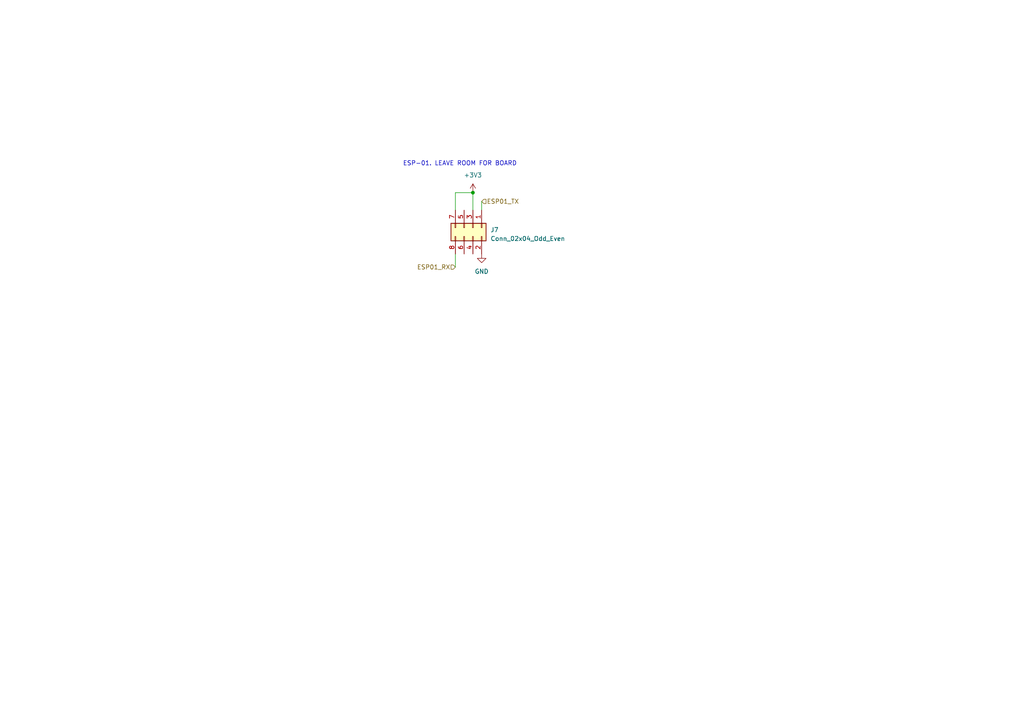
<source format=kicad_sch>
(kicad_sch (version 20230121) (generator eeschema)
  (paper "A4")
  (lib_symbols
    (symbol "Connector_Generic:Conn_02x04_Odd_Even" (pin_names (offset 1.016) hide)
      (property "Reference" "J" (at 1.27 5.08 0))
      (property "Value" "Conn_02x04_Odd_Even" (at 1.27 -7.62 0))
      (symbol "Conn_02x04_Odd_Even_1_1"
        (rectangle (start -1.27 -4.953) (end 0 -5.207) (stroke (width 0.1524)))
        (rectangle (start -1.27 -2.413) (end 0 -2.667) (stroke (width 0.1524)))
        (rectangle (start -1.27 0.127) (end 0 -0.127) (stroke (width 0.1524)))
        (rectangle (start -1.27 2.667) (end 0 2.413) (stroke (width 0.1524)))
        (rectangle (start -1.27 3.81) (end 3.81 -6.35) (stroke (width 0.254)) (fill (type background)))
        (rectangle (start 3.81 -4.953) (end 2.54 -5.207) (stroke (width 0.1524)))
        (rectangle (start 3.81 -2.413) (end 2.54 -2.667) (stroke (width 0.1524)))
        (rectangle (start 3.81 0.127) (end 2.54 -0.127) (stroke (width 0.1524)))
        (rectangle (start 3.81 2.667) (end 2.54 2.413) (stroke (width 0.1524)))
        (pin passive line (at -5.08 2.54 0) (length 3.81) (name "Pin_1") (number "1"))
        (pin passive line (at 7.62 2.54 180) (length 3.81) (name "Pin_2") (number "2"))
        (pin passive line (at -5.08 0 0) (length 3.81) (name "Pin_3") (number "3"))
        (pin passive line (at 7.62 0 180) (length 3.81) (name "Pin_4") (number "4"))
        (pin passive line (at -5.08 -2.54 0) (length 3.81) (name "Pin_5") (number "5"))
        (pin passive line (at 7.62 -2.54 180) (length 3.81) (name "Pin_6") (number "6"))
        (pin passive line (at -5.08 -5.08 0) (length 3.81) (name "Pin_7") (number "7"))
        (pin passive line (at 7.62 -5.08 180) (length 3.81) (name "Pin_8") (number "8"))
      )
    )
    (symbol "power:+3V3" (power) (pin_names (offset 0))
      (property "Value" "+3V3" (at 0 3.556 0))
      (symbol "+3V3_0_1"
        (polyline (pts (xy -0.762 1.27) (xy 0 2.54)))
        (polyline (pts (xy 0 0) (xy 0 2.54)))
        (polyline (pts (xy 0 2.54) (xy 0.762 1.27)))
      )
      (symbol "+3V3_1_1"
        (pin power_in line (at 0 0 90) (length 0) hide (name "+3V3") (number "1"))
      )
    )
    (symbol "power:GND" (power) (pin_names (offset 0))
      (property "Value" "GND" (at 0 -3.81 0))
      (symbol "GND_0_1"
        (polyline (pts (xy 0 0) (xy 0 -1.27) (xy 1.27 -1.27) (xy 0 -2.54) (xy -1.27 -1.27) (xy 0 -1.27)))
      )
      (symbol "GND_1_1"
        (pin power_in line (at 0 0 270) (length 0) hide (name "GND") (number "1"))
      )
    )
  )
  (junction (at 137.16 55.88))
  (wire (pts (xy 132.08 77.47) (xy 132.08 73.66)))
  (wire (pts (xy 137.16 55.88) (xy 137.16 60.96)))
  (wire (pts (xy 139.7 60.96) (xy 139.7 58.42)))
  (wire (pts (xy 132.08 55.88) (xy 137.16 55.88)))
  (wire (pts (xy 132.08 55.88) (xy 132.08 60.96)))
  (text "ESP-01. LEAVE ROOM FOR BOARD" (at 116.84 48.26 0) (effects (font (size 1.27 1.27)) (justify left bottom)))
  (hierarchical_label "ESP01_TX" (shape input) (at 139.7 58.42 0))
  (hierarchical_label "ESP01_RX" (shape input) (at 132.08 77.47 180))
  (symbol (lib_id "power:GND") (at 139.7 73.66 0) (mirror y) (unit 1)
    (property "Reference" "#PWR049" (effects hide))
    (property "Value" "GND" (at 139.7 78.74 0))
  )
  (symbol (lib_id "Connector_Generic:Conn_02x04_Odd_Even") (at 137.16 66.04 270) (unit 1)
    (property "Reference" "J7" (at 142.24 66.675 90) (effects (justify left)))
    (property "Value" "Conn_02x04_Odd_Even" (at 142.24 69.215 90) (effects (justify left)))
    (property "Footprint" "Connector_PinHeader_2.54mm:PinHeader_2x04_P2.54mm_Vertical" (effects hide))
  )
  (symbol (lib_id "power:+3V3") (at 137.16 55.88 0) (mirror y) (unit 1)
    (property "Reference" "#PWR048" (effects hide))
    (property "Value" "+3V3" (at 137.16 50.8 0))
  )
)
</source>
